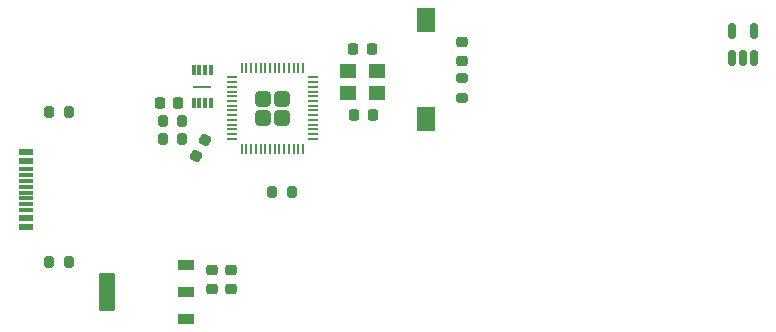
<source format=gbr>
G04 #@! TF.GenerationSoftware,KiCad,Pcbnew,7.0.1*
G04 #@! TF.CreationDate,2023-03-22T01:49:52-05:00*
G04 #@! TF.ProjectId,V0_Display,56305f44-6973-4706-9c61-792e6b696361,rev?*
G04 #@! TF.SameCoordinates,Original*
G04 #@! TF.FileFunction,Paste,Bot*
G04 #@! TF.FilePolarity,Positive*
%FSLAX46Y46*%
G04 Gerber Fmt 4.6, Leading zero omitted, Abs format (unit mm)*
G04 Created by KiCad (PCBNEW 7.0.1) date 2023-03-22 01:49:52*
%MOMM*%
%LPD*%
G01*
G04 APERTURE LIST*
G04 Aperture macros list*
%AMRoundRect*
0 Rectangle with rounded corners*
0 $1 Rounding radius*
0 $2 $3 $4 $5 $6 $7 $8 $9 X,Y pos of 4 corners*
0 Add a 4 corners polygon primitive as box body*
4,1,4,$2,$3,$4,$5,$6,$7,$8,$9,$2,$3,0*
0 Add four circle primitives for the rounded corners*
1,1,$1+$1,$2,$3*
1,1,$1+$1,$4,$5*
1,1,$1+$1,$6,$7*
1,1,$1+$1,$8,$9*
0 Add four rect primitives between the rounded corners*
20,1,$1+$1,$2,$3,$4,$5,0*
20,1,$1+$1,$4,$5,$6,$7,0*
20,1,$1+$1,$6,$7,$8,$9,0*
20,1,$1+$1,$8,$9,$2,$3,0*%
G04 Aperture macros list end*
%ADD10RoundRect,0.150000X0.150000X-0.512500X0.150000X0.512500X-0.150000X0.512500X-0.150000X-0.512500X0*%
%ADD11RoundRect,0.225000X-0.250000X0.225000X-0.250000X-0.225000X0.250000X-0.225000X0.250000X0.225000X0*%
%ADD12RoundRect,0.225000X0.225000X0.250000X-0.225000X0.250000X-0.225000X-0.250000X0.225000X-0.250000X0*%
%ADD13RoundRect,0.225000X0.250000X-0.225000X0.250000X0.225000X-0.250000X0.225000X-0.250000X-0.225000X0*%
%ADD14RoundRect,0.200000X-0.200000X-0.275000X0.200000X-0.275000X0.200000X0.275000X-0.200000X0.275000X0*%
%ADD15RoundRect,0.225000X-0.225000X-0.250000X0.225000X-0.250000X0.225000X0.250000X-0.225000X0.250000X0*%
%ADD16RoundRect,0.200000X-0.275000X0.200000X-0.275000X-0.200000X0.275000X-0.200000X0.275000X0.200000X0*%
%ADD17RoundRect,0.200000X0.200000X0.275000X-0.200000X0.275000X-0.200000X-0.275000X0.200000X-0.275000X0*%
%ADD18RoundRect,0.093000X-0.562000X0.372000X-0.562000X-0.372000X0.562000X-0.372000X0.562000X0.372000X0*%
%ADD19RoundRect,0.131000X-0.524000X1.489000X-0.524000X-1.489000X0.524000X-1.489000X0.524000X1.489000X0*%
%ADD20R,1.600000X2.000000*%
%ADD21RoundRect,0.225000X0.104006X-0.319856X0.329006X0.069856X-0.104006X0.319856X-0.329006X-0.069856X0*%
%ADD22R,1.240000X0.600000*%
%ADD23R,1.240000X0.300000*%
%ADD24R,1.400000X1.200000*%
%ADD25R,0.300000X0.900000*%
%ADD26R,1.650000X0.250000*%
%ADD27RoundRect,0.249999X-0.395001X0.395001X-0.395001X-0.395001X0.395001X-0.395001X0.395001X0.395001X0*%
%ADD28RoundRect,0.050000X-0.050000X0.387500X-0.050000X-0.387500X0.050000X-0.387500X0.050000X0.387500X0*%
%ADD29RoundRect,0.050000X-0.387500X0.050000X-0.387500X-0.050000X0.387500X-0.050000X0.387500X0.050000X0*%
G04 APERTURE END LIST*
D10*
X154192000Y-56037500D03*
X153242000Y-56037500D03*
X152292000Y-56037500D03*
X152292000Y-53762500D03*
X154192000Y-53762500D03*
D11*
X129434000Y-54678000D03*
X129434000Y-56228000D03*
D12*
X105445000Y-59850000D03*
X103895000Y-59850000D03*
X121895000Y-60850000D03*
X120345000Y-60850000D03*
D13*
X108252000Y-75545000D03*
X108252000Y-73995000D03*
D14*
X94495000Y-60550000D03*
X96145000Y-60550000D03*
D15*
X120245000Y-55250000D03*
X121795000Y-55250000D03*
D16*
X129434000Y-57728000D03*
X129434000Y-59378000D03*
D17*
X96145000Y-73250000D03*
X94495000Y-73250000D03*
D18*
X106109000Y-73496000D03*
X106109000Y-75786000D03*
X106109000Y-78076000D03*
D19*
X99419000Y-75786000D03*
D13*
X109920000Y-75545000D03*
X109920000Y-73995000D03*
D20*
X126386000Y-52790000D03*
X126386000Y-61190000D03*
D17*
X105745000Y-62850000D03*
X104095000Y-62850000D03*
D21*
X106932500Y-64321170D03*
X107707500Y-62978830D03*
D22*
X92519000Y-70350000D03*
X92519000Y-69550000D03*
D23*
X92519000Y-68400000D03*
X92519000Y-67400000D03*
X92519000Y-66900000D03*
X92519000Y-65900000D03*
D22*
X92519000Y-64750000D03*
X92519000Y-63950000D03*
X92519000Y-63950000D03*
X92519000Y-64750000D03*
D23*
X92519000Y-65400000D03*
X92519000Y-66400000D03*
X92519000Y-67900000D03*
X92519000Y-68900000D03*
D22*
X92519000Y-69550000D03*
X92519000Y-70350000D03*
D24*
X119820000Y-57100000D03*
X122220000Y-57100000D03*
X122220000Y-59000000D03*
X119820000Y-59000000D03*
D14*
X113369000Y-67398000D03*
X115019000Y-67398000D03*
D25*
X106720000Y-57050000D03*
X107220000Y-57050000D03*
X107720000Y-57050000D03*
X108220000Y-57050000D03*
X108220000Y-59850000D03*
X107720000Y-59850000D03*
X107220000Y-59850000D03*
X106720000Y-59850000D03*
D26*
X107470000Y-58450000D03*
D14*
X104095000Y-61350000D03*
X105745000Y-61350000D03*
D27*
X114194000Y-59454000D03*
X112594000Y-59454000D03*
X114194000Y-61054000D03*
X112594000Y-61054000D03*
D28*
X110794000Y-56816500D03*
X111194000Y-56816500D03*
X111594000Y-56816500D03*
X111994000Y-56816500D03*
X112394000Y-56816500D03*
X112794000Y-56816500D03*
X113194000Y-56816500D03*
X113594000Y-56816500D03*
X113994000Y-56816500D03*
X114394000Y-56816500D03*
X114794000Y-56816500D03*
X115194000Y-56816500D03*
X115594000Y-56816500D03*
X115994000Y-56816500D03*
D29*
X116831500Y-57654000D03*
X116831500Y-58054000D03*
X116831500Y-58454000D03*
X116831500Y-58854000D03*
X116831500Y-59254000D03*
X116831500Y-59654000D03*
X116831500Y-60054000D03*
X116831500Y-60454000D03*
X116831500Y-60854000D03*
X116831500Y-61254000D03*
X116831500Y-61654000D03*
X116831500Y-62054000D03*
X116831500Y-62454000D03*
X116831500Y-62854000D03*
D28*
X115994000Y-63691500D03*
X115594000Y-63691500D03*
X115194000Y-63691500D03*
X114794000Y-63691500D03*
X114394000Y-63691500D03*
X113994000Y-63691500D03*
X113594000Y-63691500D03*
X113194000Y-63691500D03*
X112794000Y-63691500D03*
X112394000Y-63691500D03*
X111994000Y-63691500D03*
X111594000Y-63691500D03*
X111194000Y-63691500D03*
X110794000Y-63691500D03*
D29*
X109956500Y-62854000D03*
X109956500Y-62454000D03*
X109956500Y-62054000D03*
X109956500Y-61654000D03*
X109956500Y-61254000D03*
X109956500Y-60854000D03*
X109956500Y-60454000D03*
X109956500Y-60054000D03*
X109956500Y-59654000D03*
X109956500Y-59254000D03*
X109956500Y-58854000D03*
X109956500Y-58454000D03*
X109956500Y-58054000D03*
X109956500Y-57654000D03*
M02*

</source>
